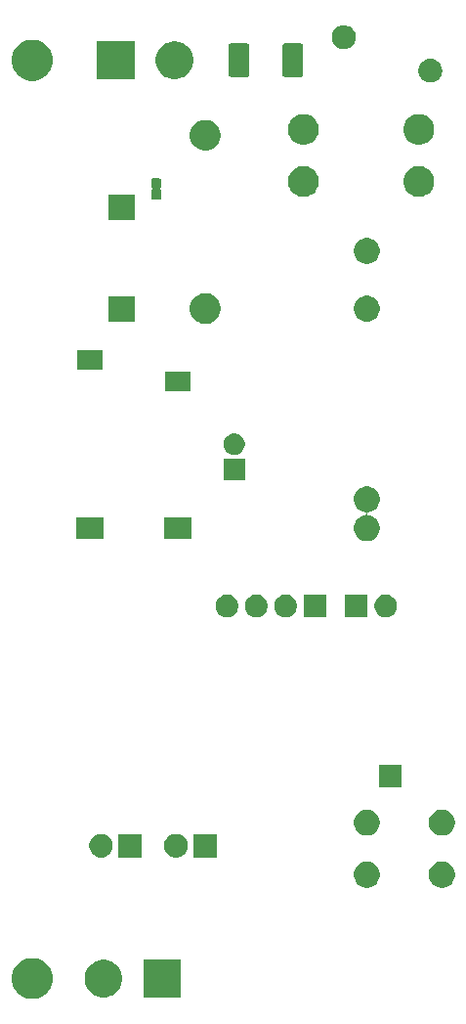
<source format=gbr>
G04 #@! TF.GenerationSoftware,KiCad,Pcbnew,(5.1.5)-3*
G04 #@! TF.CreationDate,2021-07-22T12:57:43-03:00*
G04 #@! TF.ProjectId,relayer_hw,72656c61-7965-4725-9f68-772e6b696361,rev?*
G04 #@! TF.SameCoordinates,Original*
G04 #@! TF.FileFunction,Soldermask,Top*
G04 #@! TF.FilePolarity,Negative*
%FSLAX46Y46*%
G04 Gerber Fmt 4.6, Leading zero omitted, Abs format (unit mm)*
G04 Created by KiCad (PCBNEW (5.1.5)-3) date 2021-07-22 12:57:43*
%MOMM*%
%LPD*%
G04 APERTURE LIST*
%ADD10C,0.100000*%
G04 APERTURE END LIST*
D10*
G36*
X134403894Y-135268526D02*
G01*
X134518332Y-135291289D01*
X134841725Y-135425243D01*
X135132771Y-135619714D01*
X135380286Y-135867229D01*
X135574757Y-136158275D01*
X135708711Y-136481668D01*
X135777000Y-136824981D01*
X135777000Y-137175019D01*
X135708711Y-137518332D01*
X135574757Y-137841725D01*
X135380286Y-138132771D01*
X135132771Y-138380286D01*
X134841725Y-138574757D01*
X134518332Y-138708711D01*
X134403894Y-138731474D01*
X134175021Y-138777000D01*
X133824979Y-138777000D01*
X133596106Y-138731474D01*
X133481668Y-138708711D01*
X133158275Y-138574757D01*
X132867229Y-138380286D01*
X132619714Y-138132771D01*
X132425243Y-137841725D01*
X132291289Y-137518332D01*
X132223000Y-137175019D01*
X132223000Y-136824981D01*
X132291289Y-136481668D01*
X132425243Y-136158275D01*
X132619714Y-135867229D01*
X132867229Y-135619714D01*
X133158275Y-135425243D01*
X133481668Y-135291289D01*
X133596106Y-135268526D01*
X133824979Y-135223000D01*
X134175021Y-135223000D01*
X134403894Y-135268526D01*
G37*
G36*
X146877000Y-138627000D02*
G01*
X143623000Y-138627000D01*
X143623000Y-135373000D01*
X146877000Y-135373000D01*
X146877000Y-138627000D01*
G37*
G36*
X140539800Y-135414683D02*
G01*
X140644578Y-135435525D01*
X140767224Y-135486327D01*
X140940672Y-135558171D01*
X140940673Y-135558172D01*
X141207152Y-135736227D01*
X141433773Y-135962848D01*
X141552746Y-136140904D01*
X141611829Y-136229328D01*
X141734475Y-136525423D01*
X141797000Y-136839753D01*
X141797000Y-137160247D01*
X141734475Y-137474577D01*
X141611829Y-137770672D01*
X141611828Y-137770673D01*
X141433773Y-138037152D01*
X141207152Y-138263773D01*
X141032777Y-138380286D01*
X140940672Y-138441829D01*
X140767224Y-138513673D01*
X140644578Y-138564475D01*
X140592887Y-138574757D01*
X140330247Y-138627000D01*
X140009753Y-138627000D01*
X139747113Y-138574757D01*
X139695422Y-138564475D01*
X139572776Y-138513673D01*
X139399328Y-138441829D01*
X139307223Y-138380286D01*
X139132848Y-138263773D01*
X138906227Y-138037152D01*
X138728172Y-137770673D01*
X138728171Y-137770672D01*
X138605525Y-137474577D01*
X138543000Y-137160247D01*
X138543000Y-136839753D01*
X138605525Y-136525423D01*
X138728171Y-136229328D01*
X138787254Y-136140904D01*
X138906227Y-135962848D01*
X139132848Y-135736227D01*
X139399327Y-135558172D01*
X139399328Y-135558171D01*
X139572776Y-135486327D01*
X139695422Y-135435525D01*
X139800200Y-135414683D01*
X140009753Y-135373000D01*
X140330247Y-135373000D01*
X140539800Y-135414683D01*
G37*
G36*
X163219867Y-126894655D02*
G01*
X163328734Y-126916310D01*
X163533835Y-127001266D01*
X163718421Y-127124602D01*
X163875398Y-127281579D01*
X163998734Y-127466165D01*
X164083690Y-127671266D01*
X164127000Y-127889000D01*
X164127000Y-128111000D01*
X164083690Y-128328734D01*
X163998734Y-128533835D01*
X163875398Y-128718421D01*
X163718421Y-128875398D01*
X163533835Y-128998734D01*
X163328734Y-129083690D01*
X163219867Y-129105345D01*
X163111001Y-129127000D01*
X162888999Y-129127000D01*
X162780133Y-129105345D01*
X162671266Y-129083690D01*
X162466165Y-128998734D01*
X162281579Y-128875398D01*
X162124602Y-128718421D01*
X162001266Y-128533835D01*
X161916310Y-128328734D01*
X161873000Y-128111000D01*
X161873000Y-127889000D01*
X161916310Y-127671266D01*
X162001266Y-127466165D01*
X162124602Y-127281579D01*
X162281579Y-127124602D01*
X162466165Y-127001266D01*
X162671266Y-126916310D01*
X162780133Y-126894655D01*
X162888999Y-126873000D01*
X163111001Y-126873000D01*
X163219867Y-126894655D01*
G37*
G36*
X169719867Y-126894655D02*
G01*
X169828734Y-126916310D01*
X170033835Y-127001266D01*
X170218421Y-127124602D01*
X170375398Y-127281579D01*
X170498734Y-127466165D01*
X170583690Y-127671266D01*
X170627000Y-127889000D01*
X170627000Y-128111000D01*
X170583690Y-128328734D01*
X170498734Y-128533835D01*
X170375398Y-128718421D01*
X170218421Y-128875398D01*
X170033835Y-128998734D01*
X169828734Y-129083690D01*
X169719867Y-129105345D01*
X169611001Y-129127000D01*
X169388999Y-129127000D01*
X169280133Y-129105345D01*
X169171266Y-129083690D01*
X168966165Y-128998734D01*
X168781579Y-128875398D01*
X168624602Y-128718421D01*
X168501266Y-128533835D01*
X168416310Y-128328734D01*
X168373000Y-128111000D01*
X168373000Y-127889000D01*
X168416310Y-127671266D01*
X168501266Y-127466165D01*
X168624602Y-127281579D01*
X168781579Y-127124602D01*
X168966165Y-127001266D01*
X169171266Y-126916310D01*
X169280133Y-126894655D01*
X169388999Y-126873000D01*
X169611001Y-126873000D01*
X169719867Y-126894655D01*
G37*
G36*
X143527000Y-126527000D02*
G01*
X141473000Y-126527000D01*
X141473000Y-124473000D01*
X143527000Y-124473000D01*
X143527000Y-126527000D01*
G37*
G36*
X150027000Y-126527000D02*
G01*
X147973000Y-126527000D01*
X147973000Y-124473000D01*
X150027000Y-124473000D01*
X150027000Y-126527000D01*
G37*
G36*
X140160358Y-124492733D02*
G01*
X140259565Y-124512467D01*
X140353016Y-124551176D01*
X140446468Y-124589885D01*
X140614672Y-124702275D01*
X140757725Y-124845328D01*
X140870115Y-125013532D01*
X140947533Y-125200436D01*
X140987000Y-125398848D01*
X140987000Y-125601152D01*
X140947533Y-125799564D01*
X140870115Y-125986468D01*
X140757725Y-126154672D01*
X140614672Y-126297725D01*
X140446468Y-126410115D01*
X140353016Y-126448824D01*
X140259565Y-126487533D01*
X140160358Y-126507267D01*
X140061152Y-126527000D01*
X139858848Y-126527000D01*
X139759642Y-126507267D01*
X139660435Y-126487533D01*
X139566984Y-126448824D01*
X139473532Y-126410115D01*
X139305328Y-126297725D01*
X139162275Y-126154672D01*
X139049885Y-125986468D01*
X138972467Y-125799564D01*
X138933000Y-125601152D01*
X138933000Y-125398848D01*
X138972467Y-125200436D01*
X139049885Y-125013532D01*
X139162275Y-124845328D01*
X139305328Y-124702275D01*
X139473532Y-124589885D01*
X139566984Y-124551176D01*
X139660435Y-124512467D01*
X139759642Y-124492733D01*
X139858848Y-124473000D01*
X140061152Y-124473000D01*
X140160358Y-124492733D01*
G37*
G36*
X146660358Y-124492733D02*
G01*
X146759565Y-124512467D01*
X146853016Y-124551176D01*
X146946468Y-124589885D01*
X147114672Y-124702275D01*
X147257725Y-124845328D01*
X147370115Y-125013532D01*
X147447533Y-125200436D01*
X147487000Y-125398848D01*
X147487000Y-125601152D01*
X147447533Y-125799564D01*
X147370115Y-125986468D01*
X147257725Y-126154672D01*
X147114672Y-126297725D01*
X146946468Y-126410115D01*
X146853016Y-126448824D01*
X146759565Y-126487533D01*
X146660358Y-126507267D01*
X146561152Y-126527000D01*
X146358848Y-126527000D01*
X146259642Y-126507267D01*
X146160435Y-126487533D01*
X146066984Y-126448824D01*
X145973532Y-126410115D01*
X145805328Y-126297725D01*
X145662275Y-126154672D01*
X145549885Y-125986468D01*
X145472467Y-125799564D01*
X145433000Y-125601152D01*
X145433000Y-125398848D01*
X145472467Y-125200436D01*
X145549885Y-125013532D01*
X145662275Y-124845328D01*
X145805328Y-124702275D01*
X145973532Y-124589885D01*
X146066984Y-124551176D01*
X146160435Y-124512467D01*
X146259642Y-124492733D01*
X146358848Y-124473000D01*
X146561152Y-124473000D01*
X146660358Y-124492733D01*
G37*
G36*
X169719867Y-122394655D02*
G01*
X169828734Y-122416310D01*
X170033835Y-122501266D01*
X170218421Y-122624602D01*
X170375398Y-122781579D01*
X170498734Y-122966165D01*
X170583690Y-123171266D01*
X170627000Y-123389000D01*
X170627000Y-123611000D01*
X170583690Y-123828734D01*
X170498734Y-124033835D01*
X170375398Y-124218421D01*
X170218421Y-124375398D01*
X170033835Y-124498734D01*
X169828734Y-124583690D01*
X169719867Y-124605345D01*
X169611001Y-124627000D01*
X169388999Y-124627000D01*
X169280133Y-124605345D01*
X169171266Y-124583690D01*
X168966165Y-124498734D01*
X168781579Y-124375398D01*
X168624602Y-124218421D01*
X168501266Y-124033835D01*
X168416310Y-123828734D01*
X168373000Y-123611000D01*
X168373000Y-123389000D01*
X168416310Y-123171266D01*
X168501266Y-122966165D01*
X168624602Y-122781579D01*
X168781579Y-122624602D01*
X168966165Y-122501266D01*
X169171266Y-122416310D01*
X169280133Y-122394655D01*
X169388999Y-122373000D01*
X169611001Y-122373000D01*
X169719867Y-122394655D01*
G37*
G36*
X163219867Y-122394655D02*
G01*
X163328734Y-122416310D01*
X163533835Y-122501266D01*
X163718421Y-122624602D01*
X163875398Y-122781579D01*
X163998734Y-122966165D01*
X164083690Y-123171266D01*
X164127000Y-123389000D01*
X164127000Y-123611000D01*
X164083690Y-123828734D01*
X163998734Y-124033835D01*
X163875398Y-124218421D01*
X163718421Y-124375398D01*
X163533835Y-124498734D01*
X163328734Y-124583690D01*
X163219867Y-124605345D01*
X163111001Y-124627000D01*
X162888999Y-124627000D01*
X162780133Y-124605345D01*
X162671266Y-124583690D01*
X162466165Y-124498734D01*
X162281579Y-124375398D01*
X162124602Y-124218421D01*
X162001266Y-124033835D01*
X161916310Y-123828734D01*
X161873000Y-123611000D01*
X161873000Y-123389000D01*
X161916310Y-123171266D01*
X162001266Y-122966165D01*
X162124602Y-122781579D01*
X162281579Y-122624602D01*
X162466165Y-122501266D01*
X162671266Y-122416310D01*
X162780133Y-122394655D01*
X162888999Y-122373000D01*
X163111001Y-122373000D01*
X163219867Y-122394655D01*
G37*
G36*
X165977000Y-120477000D02*
G01*
X164023000Y-120477000D01*
X164023000Y-118523000D01*
X165977000Y-118523000D01*
X165977000Y-120477000D01*
G37*
G36*
X153704979Y-103810545D02*
G01*
X153882781Y-103884193D01*
X153882783Y-103884194D01*
X154042801Y-103991115D01*
X154178885Y-104127199D01*
X154178886Y-104127201D01*
X154285807Y-104287219D01*
X154359455Y-104465021D01*
X154397000Y-104653773D01*
X154397000Y-104846227D01*
X154359455Y-105034979D01*
X154285807Y-105212781D01*
X154285806Y-105212783D01*
X154178885Y-105372801D01*
X154042801Y-105508885D01*
X153882783Y-105615806D01*
X153882782Y-105615807D01*
X153882781Y-105615807D01*
X153704979Y-105689455D01*
X153516227Y-105727000D01*
X153323773Y-105727000D01*
X153135021Y-105689455D01*
X152957219Y-105615807D01*
X152957218Y-105615807D01*
X152957217Y-105615806D01*
X152797199Y-105508885D01*
X152661115Y-105372801D01*
X152554194Y-105212783D01*
X152554193Y-105212781D01*
X152480545Y-105034979D01*
X152443000Y-104846227D01*
X152443000Y-104653773D01*
X152480545Y-104465021D01*
X152554193Y-104287219D01*
X152661114Y-104127201D01*
X152661115Y-104127199D01*
X152797199Y-103991115D01*
X152957217Y-103884194D01*
X152957219Y-103884193D01*
X153135021Y-103810545D01*
X153323773Y-103773000D01*
X153516227Y-103773000D01*
X153704979Y-103810545D01*
G37*
G36*
X151164979Y-103810545D02*
G01*
X151342781Y-103884193D01*
X151342783Y-103884194D01*
X151502801Y-103991115D01*
X151638885Y-104127199D01*
X151638886Y-104127201D01*
X151745807Y-104287219D01*
X151819455Y-104465021D01*
X151857000Y-104653773D01*
X151857000Y-104846227D01*
X151819455Y-105034979D01*
X151745807Y-105212781D01*
X151745806Y-105212783D01*
X151638885Y-105372801D01*
X151502801Y-105508885D01*
X151342783Y-105615806D01*
X151342782Y-105615807D01*
X151342781Y-105615807D01*
X151164979Y-105689455D01*
X150976227Y-105727000D01*
X150783773Y-105727000D01*
X150595021Y-105689455D01*
X150417219Y-105615807D01*
X150417218Y-105615807D01*
X150417217Y-105615806D01*
X150257199Y-105508885D01*
X150121115Y-105372801D01*
X150014194Y-105212783D01*
X150014193Y-105212781D01*
X149940545Y-105034979D01*
X149903000Y-104846227D01*
X149903000Y-104653773D01*
X149940545Y-104465021D01*
X150014193Y-104287219D01*
X150121114Y-104127201D01*
X150121115Y-104127199D01*
X150257199Y-103991115D01*
X150417217Y-103884194D01*
X150417219Y-103884193D01*
X150595021Y-103810545D01*
X150783773Y-103773000D01*
X150976227Y-103773000D01*
X151164979Y-103810545D01*
G37*
G36*
X156244979Y-103810545D02*
G01*
X156422781Y-103884193D01*
X156422783Y-103884194D01*
X156582801Y-103991115D01*
X156718885Y-104127199D01*
X156718886Y-104127201D01*
X156825807Y-104287219D01*
X156899455Y-104465021D01*
X156937000Y-104653773D01*
X156937000Y-104846227D01*
X156899455Y-105034979D01*
X156825807Y-105212781D01*
X156825806Y-105212783D01*
X156718885Y-105372801D01*
X156582801Y-105508885D01*
X156422783Y-105615806D01*
X156422782Y-105615807D01*
X156422781Y-105615807D01*
X156244979Y-105689455D01*
X156056227Y-105727000D01*
X155863773Y-105727000D01*
X155675021Y-105689455D01*
X155497219Y-105615807D01*
X155497218Y-105615807D01*
X155497217Y-105615806D01*
X155337199Y-105508885D01*
X155201115Y-105372801D01*
X155094194Y-105212783D01*
X155094193Y-105212781D01*
X155020545Y-105034979D01*
X154983000Y-104846227D01*
X154983000Y-104653773D01*
X155020545Y-104465021D01*
X155094193Y-104287219D01*
X155201114Y-104127201D01*
X155201115Y-104127199D01*
X155337199Y-103991115D01*
X155497217Y-103884194D01*
X155497219Y-103884193D01*
X155675021Y-103810545D01*
X155863773Y-103773000D01*
X156056227Y-103773000D01*
X156244979Y-103810545D01*
G37*
G36*
X159477000Y-105727000D02*
G01*
X157523000Y-105727000D01*
X157523000Y-103773000D01*
X159477000Y-103773000D01*
X159477000Y-105727000D01*
G37*
G36*
X163077000Y-105727000D02*
G01*
X161123000Y-105727000D01*
X161123000Y-103773000D01*
X163077000Y-103773000D01*
X163077000Y-105727000D01*
G37*
G36*
X164924979Y-103810545D02*
G01*
X165102781Y-103884193D01*
X165102783Y-103884194D01*
X165262801Y-103991115D01*
X165398885Y-104127199D01*
X165398886Y-104127201D01*
X165505807Y-104287219D01*
X165579455Y-104465021D01*
X165617000Y-104653773D01*
X165617000Y-104846227D01*
X165579455Y-105034979D01*
X165505807Y-105212781D01*
X165505806Y-105212783D01*
X165398885Y-105372801D01*
X165262801Y-105508885D01*
X165102783Y-105615806D01*
X165102782Y-105615807D01*
X165102781Y-105615807D01*
X164924979Y-105689455D01*
X164736227Y-105727000D01*
X164543773Y-105727000D01*
X164355021Y-105689455D01*
X164177219Y-105615807D01*
X164177218Y-105615807D01*
X164177217Y-105615806D01*
X164017199Y-105508885D01*
X163881115Y-105372801D01*
X163774194Y-105212783D01*
X163774193Y-105212781D01*
X163700545Y-105034979D01*
X163663000Y-104846227D01*
X163663000Y-104653773D01*
X163700545Y-104465021D01*
X163774193Y-104287219D01*
X163881114Y-104127201D01*
X163881115Y-104127199D01*
X164017199Y-103991115D01*
X164177217Y-103884194D01*
X164177219Y-103884193D01*
X164355021Y-103810545D01*
X164543773Y-103773000D01*
X164736227Y-103773000D01*
X164924979Y-103810545D01*
G37*
G36*
X163219867Y-94394655D02*
G01*
X163328734Y-94416310D01*
X163533835Y-94501266D01*
X163718421Y-94624602D01*
X163875398Y-94781579D01*
X163998734Y-94966165D01*
X164083690Y-95171266D01*
X164127000Y-95389000D01*
X164127000Y-95611000D01*
X164083690Y-95828734D01*
X163998734Y-96033835D01*
X163875398Y-96218421D01*
X163718421Y-96375398D01*
X163533835Y-96498734D01*
X163328734Y-96583690D01*
X163219787Y-96605361D01*
X163108975Y-96627403D01*
X163085526Y-96634516D01*
X163063915Y-96646067D01*
X163044973Y-96661612D01*
X163029428Y-96680554D01*
X163017877Y-96702165D01*
X163010764Y-96725614D01*
X163008362Y-96750000D01*
X163010764Y-96774386D01*
X163017877Y-96797835D01*
X163029428Y-96819446D01*
X163044973Y-96838388D01*
X163063915Y-96853933D01*
X163085526Y-96865484D01*
X163108975Y-96872597D01*
X163219787Y-96894639D01*
X163328734Y-96916310D01*
X163533835Y-97001266D01*
X163718421Y-97124602D01*
X163875398Y-97281579D01*
X163998734Y-97466165D01*
X164083690Y-97671266D01*
X164127000Y-97889000D01*
X164127000Y-98111000D01*
X164083690Y-98328734D01*
X163998734Y-98533835D01*
X163875398Y-98718421D01*
X163718421Y-98875398D01*
X163533835Y-98998734D01*
X163328734Y-99083690D01*
X163219867Y-99105345D01*
X163111001Y-99127000D01*
X162888999Y-99127000D01*
X162780133Y-99105345D01*
X162671266Y-99083690D01*
X162466165Y-98998734D01*
X162281579Y-98875398D01*
X162124602Y-98718421D01*
X162001266Y-98533835D01*
X161916310Y-98328734D01*
X161873000Y-98111000D01*
X161873000Y-97889000D01*
X161916310Y-97671266D01*
X162001266Y-97466165D01*
X162124602Y-97281579D01*
X162281579Y-97124602D01*
X162466165Y-97001266D01*
X162671266Y-96916310D01*
X162780213Y-96894639D01*
X162891025Y-96872597D01*
X162914474Y-96865484D01*
X162936085Y-96853933D01*
X162955027Y-96838388D01*
X162970572Y-96819446D01*
X162982123Y-96797835D01*
X162989236Y-96774386D01*
X162991638Y-96750000D01*
X162989236Y-96725614D01*
X162982123Y-96702165D01*
X162970572Y-96680554D01*
X162955027Y-96661612D01*
X162936085Y-96646067D01*
X162914474Y-96634516D01*
X162891025Y-96627403D01*
X162780213Y-96605361D01*
X162671266Y-96583690D01*
X162466165Y-96498734D01*
X162281579Y-96375398D01*
X162124602Y-96218421D01*
X162001266Y-96033835D01*
X161916310Y-95828734D01*
X161873000Y-95611000D01*
X161873000Y-95389000D01*
X161916310Y-95171266D01*
X162001266Y-94966165D01*
X162124602Y-94781579D01*
X162281579Y-94624602D01*
X162466165Y-94501266D01*
X162671266Y-94416310D01*
X162780133Y-94394655D01*
X162888999Y-94373000D01*
X163111001Y-94373000D01*
X163219867Y-94394655D01*
G37*
G36*
X140177000Y-98902000D02*
G01*
X137823000Y-98902000D01*
X137823000Y-97098000D01*
X140177000Y-97098000D01*
X140177000Y-98902000D01*
G37*
G36*
X147797000Y-98902000D02*
G01*
X145443000Y-98902000D01*
X145443000Y-97098000D01*
X147797000Y-97098000D01*
X147797000Y-98902000D01*
G37*
G36*
X152437000Y-93867000D02*
G01*
X150583000Y-93867000D01*
X150583000Y-92013000D01*
X152437000Y-92013000D01*
X152437000Y-93867000D01*
G37*
G36*
X151720698Y-89836749D02*
G01*
X151780396Y-89848624D01*
X151949099Y-89918504D01*
X152100928Y-90019952D01*
X152230048Y-90149072D01*
X152331496Y-90300901D01*
X152401376Y-90469604D01*
X152437000Y-90648699D01*
X152437000Y-90831301D01*
X152401376Y-91010396D01*
X152331496Y-91179099D01*
X152230048Y-91330928D01*
X152100928Y-91460048D01*
X151949099Y-91561496D01*
X151780396Y-91631376D01*
X151720698Y-91643251D01*
X151601303Y-91667000D01*
X151418697Y-91667000D01*
X151299302Y-91643251D01*
X151239604Y-91631376D01*
X151070901Y-91561496D01*
X150919072Y-91460048D01*
X150789952Y-91330928D01*
X150688504Y-91179099D01*
X150618624Y-91010396D01*
X150583000Y-90831301D01*
X150583000Y-90648699D01*
X150618624Y-90469604D01*
X150688504Y-90300901D01*
X150789952Y-90149072D01*
X150919072Y-90019952D01*
X151070901Y-89918504D01*
X151239604Y-89848624D01*
X151299302Y-89836749D01*
X151418697Y-89813000D01*
X151601303Y-89813000D01*
X151720698Y-89836749D01*
G37*
G36*
X147747000Y-86127000D02*
G01*
X145493000Y-86127000D01*
X145493000Y-84473000D01*
X147747000Y-84473000D01*
X147747000Y-86127000D01*
G37*
G36*
X140127000Y-84287000D02*
G01*
X137873000Y-84287000D01*
X137873000Y-82633000D01*
X140127000Y-82633000D01*
X140127000Y-84287000D01*
G37*
G36*
X149387071Y-77723995D02*
G01*
X149628569Y-77824027D01*
X149845913Y-77969251D01*
X150030749Y-78154087D01*
X150175973Y-78371431D01*
X150276005Y-78612929D01*
X150327000Y-78869301D01*
X150327000Y-79130699D01*
X150276005Y-79387071D01*
X150175973Y-79628569D01*
X150030749Y-79845913D01*
X149845913Y-80030749D01*
X149628569Y-80175973D01*
X149387071Y-80276005D01*
X149130699Y-80327000D01*
X148869301Y-80327000D01*
X148612929Y-80276005D01*
X148371431Y-80175973D01*
X148154087Y-80030749D01*
X147969251Y-79845913D01*
X147824027Y-79628569D01*
X147723995Y-79387071D01*
X147673000Y-79130699D01*
X147673000Y-78869301D01*
X147723995Y-78612929D01*
X147824027Y-78371431D01*
X147969251Y-78154087D01*
X148154087Y-77969251D01*
X148371431Y-77824027D01*
X148612929Y-77723995D01*
X148869301Y-77673000D01*
X149130699Y-77673000D01*
X149387071Y-77723995D01*
G37*
G36*
X142877000Y-80177000D02*
G01*
X140623000Y-80177000D01*
X140623000Y-77923000D01*
X142877000Y-77923000D01*
X142877000Y-80177000D01*
G37*
G36*
X163219867Y-77894655D02*
G01*
X163328734Y-77916310D01*
X163533835Y-78001266D01*
X163718421Y-78124602D01*
X163875398Y-78281579D01*
X163998734Y-78466165D01*
X164083690Y-78671266D01*
X164127000Y-78889000D01*
X164127000Y-79111000D01*
X164083690Y-79328734D01*
X163998734Y-79533835D01*
X163875398Y-79718421D01*
X163718421Y-79875398D01*
X163533835Y-79998734D01*
X163328734Y-80083690D01*
X163219867Y-80105345D01*
X163111001Y-80127000D01*
X162888999Y-80127000D01*
X162780133Y-80105345D01*
X162671266Y-80083690D01*
X162466165Y-79998734D01*
X162281579Y-79875398D01*
X162124602Y-79718421D01*
X162001266Y-79533835D01*
X161916310Y-79328734D01*
X161873000Y-79111000D01*
X161873000Y-78889000D01*
X161916310Y-78671266D01*
X162001266Y-78466165D01*
X162124602Y-78281579D01*
X162281579Y-78124602D01*
X162466165Y-78001266D01*
X162671266Y-77916310D01*
X162780133Y-77894655D01*
X162888999Y-77873000D01*
X163111001Y-77873000D01*
X163219867Y-77894655D01*
G37*
G36*
X163219867Y-72894655D02*
G01*
X163328734Y-72916310D01*
X163533835Y-73001266D01*
X163718421Y-73124602D01*
X163875398Y-73281579D01*
X163998734Y-73466165D01*
X164083690Y-73671266D01*
X164127000Y-73889000D01*
X164127000Y-74111000D01*
X164083690Y-74328734D01*
X163998734Y-74533835D01*
X163875398Y-74718421D01*
X163718421Y-74875398D01*
X163533835Y-74998734D01*
X163328734Y-75083690D01*
X163219867Y-75105345D01*
X163111001Y-75127000D01*
X162888999Y-75127000D01*
X162780133Y-75105345D01*
X162671266Y-75083690D01*
X162466165Y-74998734D01*
X162281579Y-74875398D01*
X162124602Y-74718421D01*
X162001266Y-74533835D01*
X161916310Y-74328734D01*
X161873000Y-74111000D01*
X161873000Y-73889000D01*
X161916310Y-73671266D01*
X162001266Y-73466165D01*
X162124602Y-73281579D01*
X162281579Y-73124602D01*
X162466165Y-73001266D01*
X162671266Y-72916310D01*
X162780133Y-72894655D01*
X162888999Y-72873000D01*
X163111001Y-72873000D01*
X163219867Y-72894655D01*
G37*
G36*
X142877000Y-71377000D02*
G01*
X140623000Y-71377000D01*
X140623000Y-69123000D01*
X142877000Y-69123000D01*
X142877000Y-71377000D01*
G37*
G36*
X145077354Y-67746446D02*
G01*
X145105097Y-67754862D01*
X145130665Y-67768529D01*
X145153078Y-67786922D01*
X145171471Y-67809335D01*
X145185138Y-67834903D01*
X145193554Y-67862646D01*
X145197000Y-67897640D01*
X145197000Y-68432360D01*
X145193554Y-68467354D01*
X145185138Y-68495097D01*
X145171471Y-68520665D01*
X145153077Y-68543079D01*
X145140531Y-68553375D01*
X145123204Y-68570702D01*
X145109590Y-68591077D01*
X145100213Y-68613716D01*
X145095433Y-68637749D01*
X145095433Y-68662253D01*
X145100214Y-68686286D01*
X145109591Y-68708925D01*
X145123205Y-68729299D01*
X145140531Y-68746625D01*
X145153077Y-68756921D01*
X145171471Y-68779335D01*
X145185138Y-68804903D01*
X145193554Y-68832646D01*
X145197000Y-68867640D01*
X145197000Y-69402360D01*
X145193554Y-69437354D01*
X145185138Y-69465097D01*
X145171471Y-69490665D01*
X145153078Y-69513078D01*
X145130665Y-69531471D01*
X145105097Y-69545138D01*
X145077354Y-69553554D01*
X145042360Y-69557000D01*
X144457640Y-69557000D01*
X144422646Y-69553554D01*
X144394903Y-69545138D01*
X144369335Y-69531471D01*
X144346922Y-69513078D01*
X144328529Y-69490665D01*
X144314862Y-69465097D01*
X144306446Y-69437354D01*
X144303000Y-69402360D01*
X144303000Y-68867640D01*
X144306446Y-68832646D01*
X144314862Y-68804903D01*
X144328529Y-68779335D01*
X144346923Y-68756921D01*
X144359469Y-68746625D01*
X144376796Y-68729298D01*
X144390410Y-68708923D01*
X144399787Y-68686284D01*
X144404567Y-68662251D01*
X144404567Y-68637747D01*
X144399786Y-68613714D01*
X144390409Y-68591075D01*
X144376795Y-68570701D01*
X144359469Y-68553375D01*
X144346923Y-68543079D01*
X144328529Y-68520665D01*
X144314862Y-68495097D01*
X144306446Y-68467354D01*
X144303000Y-68432360D01*
X144303000Y-67897640D01*
X144306446Y-67862646D01*
X144314862Y-67834903D01*
X144328529Y-67809335D01*
X144346922Y-67786922D01*
X144369335Y-67768529D01*
X144394903Y-67754862D01*
X144422646Y-67746446D01*
X144457640Y-67743000D01*
X145042360Y-67743000D01*
X145077354Y-67746446D01*
G37*
G36*
X157887071Y-66723995D02*
G01*
X158128569Y-66824027D01*
X158345913Y-66969251D01*
X158530749Y-67154087D01*
X158675973Y-67371431D01*
X158776005Y-67612929D01*
X158827000Y-67869301D01*
X158827000Y-68130699D01*
X158776005Y-68387071D01*
X158675973Y-68628569D01*
X158530749Y-68845913D01*
X158345913Y-69030749D01*
X158128569Y-69175973D01*
X157887071Y-69276005D01*
X157630699Y-69327000D01*
X157369301Y-69327000D01*
X157112929Y-69276005D01*
X156871431Y-69175973D01*
X156654087Y-69030749D01*
X156469251Y-68845913D01*
X156324027Y-68628569D01*
X156223995Y-68387071D01*
X156173000Y-68130699D01*
X156173000Y-67869301D01*
X156223995Y-67612929D01*
X156324027Y-67371431D01*
X156469251Y-67154087D01*
X156654087Y-66969251D01*
X156871431Y-66824027D01*
X157112929Y-66723995D01*
X157369301Y-66673000D01*
X157630699Y-66673000D01*
X157887071Y-66723995D01*
G37*
G36*
X167887071Y-66723995D02*
G01*
X168128569Y-66824027D01*
X168345913Y-66969251D01*
X168530749Y-67154087D01*
X168675973Y-67371431D01*
X168776005Y-67612929D01*
X168827000Y-67869301D01*
X168827000Y-68130699D01*
X168776005Y-68387071D01*
X168675973Y-68628569D01*
X168530749Y-68845913D01*
X168345913Y-69030749D01*
X168128569Y-69175973D01*
X167887071Y-69276005D01*
X167630699Y-69327000D01*
X167369301Y-69327000D01*
X167112929Y-69276005D01*
X166871431Y-69175973D01*
X166654087Y-69030749D01*
X166469251Y-68845913D01*
X166324027Y-68628569D01*
X166223995Y-68387071D01*
X166173000Y-68130699D01*
X166173000Y-67869301D01*
X166223995Y-67612929D01*
X166324027Y-67371431D01*
X166469251Y-67154087D01*
X166654087Y-66969251D01*
X166871431Y-66824027D01*
X167112929Y-66723995D01*
X167369301Y-66673000D01*
X167630699Y-66673000D01*
X167887071Y-66723995D01*
G37*
G36*
X149387071Y-62723995D02*
G01*
X149628569Y-62824027D01*
X149845913Y-62969251D01*
X150030749Y-63154087D01*
X150175973Y-63371431D01*
X150276005Y-63612929D01*
X150327000Y-63869301D01*
X150327000Y-64130699D01*
X150276005Y-64387071D01*
X150175973Y-64628569D01*
X150030749Y-64845913D01*
X149845913Y-65030749D01*
X149628569Y-65175973D01*
X149387071Y-65276005D01*
X149130699Y-65327000D01*
X148869301Y-65327000D01*
X148612929Y-65276005D01*
X148371431Y-65175973D01*
X148154087Y-65030749D01*
X147969251Y-64845913D01*
X147824027Y-64628569D01*
X147723995Y-64387071D01*
X147673000Y-64130699D01*
X147673000Y-63869301D01*
X147723995Y-63612929D01*
X147824027Y-63371431D01*
X147969251Y-63154087D01*
X148154087Y-62969251D01*
X148371431Y-62824027D01*
X148612929Y-62723995D01*
X148869301Y-62673000D01*
X149130699Y-62673000D01*
X149387071Y-62723995D01*
G37*
G36*
X157887071Y-62223995D02*
G01*
X158128569Y-62324027D01*
X158345913Y-62469251D01*
X158530749Y-62654087D01*
X158675973Y-62871431D01*
X158776005Y-63112929D01*
X158827000Y-63369301D01*
X158827000Y-63630699D01*
X158776005Y-63887071D01*
X158675973Y-64128569D01*
X158530749Y-64345913D01*
X158345913Y-64530749D01*
X158128569Y-64675973D01*
X157887071Y-64776005D01*
X157630699Y-64827000D01*
X157369301Y-64827000D01*
X157112929Y-64776005D01*
X156871431Y-64675973D01*
X156654087Y-64530749D01*
X156469251Y-64345913D01*
X156324027Y-64128569D01*
X156223995Y-63887071D01*
X156173000Y-63630699D01*
X156173000Y-63369301D01*
X156223995Y-63112929D01*
X156324027Y-62871431D01*
X156469251Y-62654087D01*
X156654087Y-62469251D01*
X156871431Y-62324027D01*
X157112929Y-62223995D01*
X157369301Y-62173000D01*
X157630699Y-62173000D01*
X157887071Y-62223995D01*
G37*
G36*
X167887071Y-62223995D02*
G01*
X168128569Y-62324027D01*
X168345913Y-62469251D01*
X168530749Y-62654087D01*
X168675973Y-62871431D01*
X168776005Y-63112929D01*
X168827000Y-63369301D01*
X168827000Y-63630699D01*
X168776005Y-63887071D01*
X168675973Y-64128569D01*
X168530749Y-64345913D01*
X168345913Y-64530749D01*
X168128569Y-64675973D01*
X167887071Y-64776005D01*
X167630699Y-64827000D01*
X167369301Y-64827000D01*
X167112929Y-64776005D01*
X166871431Y-64675973D01*
X166654087Y-64530749D01*
X166469251Y-64345913D01*
X166324027Y-64128569D01*
X166223995Y-63887071D01*
X166173000Y-63630699D01*
X166173000Y-63369301D01*
X166223995Y-63112929D01*
X166324027Y-62871431D01*
X166469251Y-62654087D01*
X166654087Y-62469251D01*
X166871431Y-62324027D01*
X167112929Y-62223995D01*
X167369301Y-62173000D01*
X167630699Y-62173000D01*
X167887071Y-62223995D01*
G37*
G36*
X168700358Y-57392734D02*
G01*
X168799565Y-57412467D01*
X168893016Y-57451176D01*
X168986468Y-57489885D01*
X169154672Y-57602275D01*
X169297725Y-57745328D01*
X169410115Y-57913532D01*
X169435401Y-57974578D01*
X169453525Y-58018332D01*
X169487533Y-58100436D01*
X169521396Y-58270673D01*
X169527000Y-58298849D01*
X169527000Y-58501151D01*
X169487533Y-58699565D01*
X169448824Y-58793016D01*
X169410115Y-58886468D01*
X169297725Y-59054672D01*
X169154672Y-59197725D01*
X168986468Y-59310115D01*
X168893016Y-59348824D01*
X168799565Y-59387533D01*
X168700358Y-59407266D01*
X168601152Y-59427000D01*
X168398848Y-59427000D01*
X168299642Y-59407266D01*
X168200435Y-59387533D01*
X168106984Y-59348824D01*
X168013532Y-59310115D01*
X167845328Y-59197725D01*
X167702275Y-59054672D01*
X167589885Y-58886468D01*
X167551176Y-58793016D01*
X167512467Y-58699565D01*
X167473000Y-58501151D01*
X167473000Y-58298849D01*
X167478605Y-58270673D01*
X167512467Y-58100436D01*
X167546476Y-58018332D01*
X167564599Y-57974578D01*
X167589885Y-57913532D01*
X167702275Y-57745328D01*
X167845328Y-57602275D01*
X168013532Y-57489885D01*
X168106984Y-57451176D01*
X168200435Y-57412467D01*
X168299642Y-57392734D01*
X168398848Y-57373000D01*
X168601152Y-57373000D01*
X168700358Y-57392734D01*
G37*
G36*
X134403894Y-55768526D02*
G01*
X134518332Y-55791289D01*
X134841725Y-55925243D01*
X135132771Y-56119714D01*
X135380286Y-56367229D01*
X135574757Y-56658275D01*
X135708711Y-56981668D01*
X135777000Y-57324981D01*
X135777000Y-57675019D01*
X135708711Y-58018332D01*
X135574757Y-58341725D01*
X135380286Y-58632771D01*
X135132771Y-58880286D01*
X134841725Y-59074757D01*
X134518332Y-59208711D01*
X134403894Y-59231474D01*
X134175021Y-59277000D01*
X133824979Y-59277000D01*
X133596106Y-59231474D01*
X133481668Y-59208711D01*
X133158275Y-59074757D01*
X132867229Y-58880286D01*
X132619714Y-58632771D01*
X132425243Y-58341725D01*
X132291289Y-58018332D01*
X132223000Y-57675019D01*
X132223000Y-57324981D01*
X132291289Y-56981668D01*
X132425243Y-56658275D01*
X132619714Y-56367229D01*
X132867229Y-56119714D01*
X133158275Y-55925243D01*
X133481668Y-55791289D01*
X133596106Y-55768526D01*
X133824979Y-55723000D01*
X134175021Y-55723000D01*
X134403894Y-55768526D01*
G37*
G36*
X146699800Y-55914683D02*
G01*
X146804578Y-55935525D01*
X146927224Y-55986327D01*
X147100672Y-56058171D01*
X147138572Y-56083495D01*
X147367152Y-56236227D01*
X147593773Y-56462848D01*
X147712746Y-56640904D01*
X147771829Y-56729328D01*
X147894475Y-57025423D01*
X147957000Y-57339753D01*
X147957000Y-57660247D01*
X147894475Y-57974577D01*
X147771829Y-58270672D01*
X147724354Y-58341723D01*
X147593773Y-58537152D01*
X147367152Y-58763773D01*
X147213288Y-58866581D01*
X147100672Y-58941829D01*
X146927224Y-59013673D01*
X146804578Y-59064475D01*
X146752887Y-59074757D01*
X146490247Y-59127000D01*
X146169753Y-59127000D01*
X145907113Y-59074757D01*
X145855422Y-59064475D01*
X145732776Y-59013673D01*
X145559328Y-58941829D01*
X145446712Y-58866581D01*
X145292848Y-58763773D01*
X145066227Y-58537152D01*
X144935646Y-58341723D01*
X144888171Y-58270672D01*
X144765525Y-57974577D01*
X144703000Y-57660247D01*
X144703000Y-57339753D01*
X144765525Y-57025423D01*
X144888171Y-56729328D01*
X144947254Y-56640904D01*
X145066227Y-56462848D01*
X145292848Y-56236227D01*
X145521428Y-56083495D01*
X145559328Y-56058171D01*
X145732776Y-55986327D01*
X145855422Y-55935525D01*
X145960200Y-55914683D01*
X146169753Y-55873000D01*
X146490247Y-55873000D01*
X146699800Y-55914683D01*
G37*
G36*
X142877000Y-59127000D02*
G01*
X139623000Y-59127000D01*
X139623000Y-55873000D01*
X142877000Y-55873000D01*
X142877000Y-59127000D01*
G37*
G36*
X157309763Y-56052582D02*
G01*
X157348598Y-56064362D01*
X157384392Y-56083495D01*
X157415761Y-56109239D01*
X157441505Y-56140608D01*
X157460638Y-56176402D01*
X157472418Y-56215237D01*
X157477000Y-56261762D01*
X157477000Y-58738238D01*
X157472418Y-58784763D01*
X157460638Y-58823598D01*
X157441505Y-58859392D01*
X157415761Y-58890761D01*
X157384392Y-58916505D01*
X157348598Y-58935638D01*
X157309763Y-58947418D01*
X157263238Y-58952000D01*
X155911762Y-58952000D01*
X155865237Y-58947418D01*
X155826402Y-58935638D01*
X155790608Y-58916505D01*
X155759239Y-58890761D01*
X155733495Y-58859392D01*
X155714362Y-58823598D01*
X155702582Y-58784763D01*
X155698000Y-58738238D01*
X155698000Y-56261762D01*
X155702582Y-56215237D01*
X155714362Y-56176402D01*
X155733495Y-56140608D01*
X155759239Y-56109239D01*
X155790608Y-56083495D01*
X155826402Y-56064362D01*
X155865237Y-56052582D01*
X155911762Y-56048000D01*
X157263238Y-56048000D01*
X157309763Y-56052582D01*
G37*
G36*
X152634763Y-56052582D02*
G01*
X152673598Y-56064362D01*
X152709392Y-56083495D01*
X152740761Y-56109239D01*
X152766505Y-56140608D01*
X152785638Y-56176402D01*
X152797418Y-56215237D01*
X152802000Y-56261762D01*
X152802000Y-58738238D01*
X152797418Y-58784763D01*
X152785638Y-58823598D01*
X152766505Y-58859392D01*
X152740761Y-58890761D01*
X152709392Y-58916505D01*
X152673598Y-58935638D01*
X152634763Y-58947418D01*
X152588238Y-58952000D01*
X151236762Y-58952000D01*
X151190237Y-58947418D01*
X151151402Y-58935638D01*
X151115608Y-58916505D01*
X151084239Y-58890761D01*
X151058495Y-58859392D01*
X151039362Y-58823598D01*
X151027582Y-58784763D01*
X151023000Y-58738238D01*
X151023000Y-56261762D01*
X151027582Y-56215237D01*
X151039362Y-56176402D01*
X151058495Y-56140608D01*
X151084239Y-56109239D01*
X151115608Y-56083495D01*
X151151402Y-56064362D01*
X151190237Y-56052582D01*
X151236762Y-56048000D01*
X152588238Y-56048000D01*
X152634763Y-56052582D01*
G37*
G36*
X161200358Y-54492733D02*
G01*
X161299565Y-54512467D01*
X161393016Y-54551176D01*
X161486468Y-54589885D01*
X161654672Y-54702275D01*
X161797725Y-54845328D01*
X161910115Y-55013532D01*
X161987533Y-55200436D01*
X162027000Y-55398848D01*
X162027000Y-55601152D01*
X161987533Y-55799564D01*
X161910115Y-55986468D01*
X161797725Y-56154672D01*
X161654672Y-56297725D01*
X161486468Y-56410115D01*
X161393016Y-56448824D01*
X161299565Y-56487533D01*
X161200358Y-56507266D01*
X161101152Y-56527000D01*
X160898848Y-56527000D01*
X160799642Y-56507266D01*
X160700435Y-56487533D01*
X160606984Y-56448824D01*
X160513532Y-56410115D01*
X160345328Y-56297725D01*
X160202275Y-56154672D01*
X160089885Y-55986468D01*
X160012467Y-55799564D01*
X159973000Y-55601152D01*
X159973000Y-55398848D01*
X160012467Y-55200436D01*
X160089885Y-55013532D01*
X160202275Y-54845328D01*
X160345328Y-54702275D01*
X160513532Y-54589885D01*
X160606984Y-54551176D01*
X160700435Y-54512467D01*
X160799642Y-54492733D01*
X160898848Y-54473000D01*
X161101152Y-54473000D01*
X161200358Y-54492733D01*
G37*
M02*

</source>
